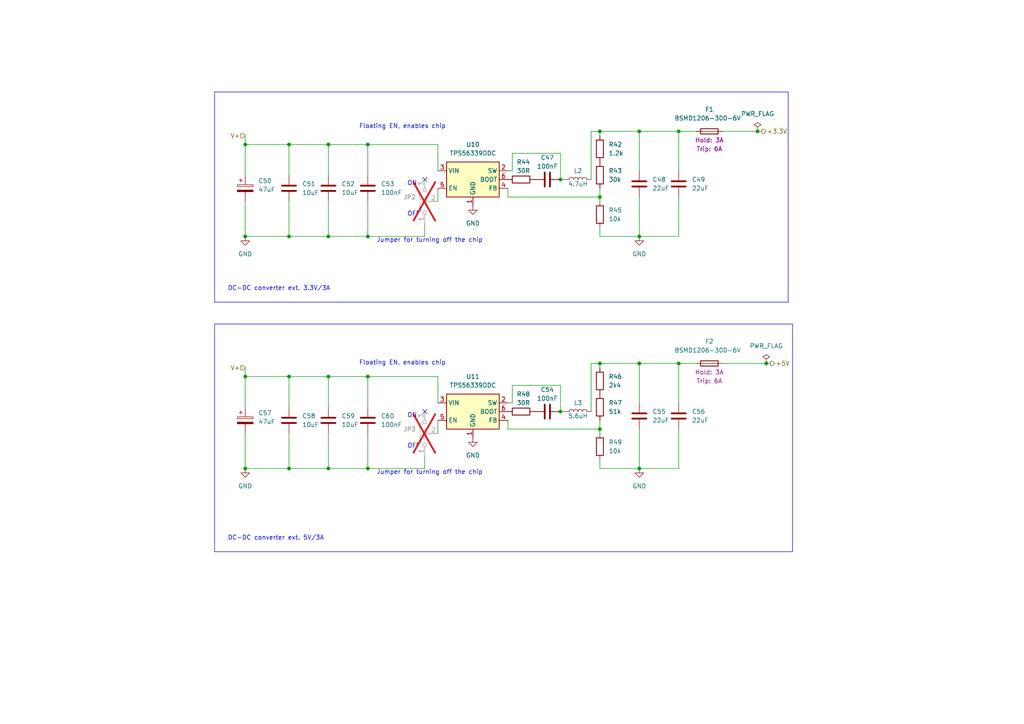
<source format=kicad_sch>
(kicad_sch (version 20230121) (generator eeschema)
  (paper "A4")
  (title_block (title "DC-DC converter for the MCU, LEDs, and external devices") (date "2023-21-11") (rev "0.2.0") (company "University of Tartu") (comment 1 "Licensed under CERN-OHL-P"))
  (lib_symbols
    (symbol "Device:C" (pin_numbers hide) (pin_names (offset 0.254))
      (property "Reference" "C" (at 0.635 2.54 0))
      (property "Value" "C" (at 0.635 -2.54 0))
      (symbol "C_0_1"
        (polyline (pts (xy -2.032 -0.762) (xy 2.032 -0.762)) (stroke (width 0.508)))
        (polyline (pts (xy -2.032 0.762) (xy 2.032 0.762)) (stroke (width 0.508)))
      )
      (symbol "C_1_1"
        (pin passive line (at 0 3.81 270) (length 2.794) (name "~") (number "1"))
        (pin passive line (at 0 -3.81 90) (length 2.794) (name "~") (number "2"))
      )
    )
    (symbol "Device:C_Polarized" (pin_numbers hide) (pin_names (offset 0.254))
      (property "Reference" "C" (at 0.635 2.54 0))
      (property "Value" "C_Polarized" (at 0.635 -2.54 0))
      (symbol "C_Polarized_0_1"
        (rectangle (start -2.286 0.508) (end 2.286 1.016))
        (polyline (pts (xy -1.778 2.286) (xy -0.762 2.286)))
        (polyline (pts (xy -1.27 2.794) (xy -1.27 1.778)))
        (rectangle (start 2.286 -0.508) (end -2.286 -1.016) (fill (type outline)))
      )
      (symbol "C_Polarized_1_1"
        (pin passive line (at 0 3.81 270) (length 2.794) (name "~") (number "1"))
        (pin passive line (at 0 -3.81 90) (length 2.794) (name "~") (number "2"))
      )
    )
    (symbol "Device:Fuse" (pin_numbers hide) (pin_names (offset 0))
      (property "Reference" "F" (at 2.032 0 90))
      (property "Value" "Fuse" (at -1.905 0 90))
      (symbol "Fuse_0_1"
        (rectangle (start -0.762 -2.54) (end 0.762 2.54) (stroke (width 0.254)))
        (polyline (pts (xy 0 2.54) (xy 0 -2.54)))
      )
      (symbol "Fuse_1_1"
        (pin passive line (at 0 3.81 270) (length 1.27) (name "~") (number "1"))
        (pin passive line (at 0 -3.81 90) (length 1.27) (name "~") (number "2"))
      )
    )
    (symbol "Device:L" (pin_numbers hide) (pin_names (offset 1.016) hide)
      (property "Reference" "L" (at -1.27 0 90))
      (property "Value" "L" (at 1.905 0 90))
      (symbol "L_0_1"
        (arc (start 0 -2.54) (mid 0.6323 -1.905) (end 0 -1.27))
        (arc (start 0 -1.27) (mid 0.6323 -0.635) (end 0 0))
        (arc (start 0 0) (mid 0.6323 0.635) (end 0 1.27))
        (arc (start 0 1.27) (mid 0.6323 1.905) (end 0 2.54))
      )
      (symbol "L_1_1"
        (pin passive line (at 0 3.81 270) (length 1.27) (name "1") (number "1"))
        (pin passive line (at 0 -3.81 90) (length 1.27) (name "2") (number "2"))
      )
    )
    (symbol "Device:R" (pin_numbers hide) (pin_names (offset 0))
      (property "Reference" "R" (at 2.032 0 90))
      (property "Value" "R" (at 0 0 90))
      (symbol "R_0_1"
        (rectangle (start -1.016 -2.54) (end 1.016 2.54) (stroke (width 0.254)))
      )
      (symbol "R_1_1"
        (pin passive line (at 0 3.81 270) (length 1.27) (name "~") (number "1"))
        (pin passive line (at 0 -3.81 90) (length 1.27) (name "~") (number "2"))
      )
    )
    (symbol "Jumper:Jumper_3_Open" (pin_names (offset 0) hide)
      (property "Reference" "JP" (at -2.54 -2.54 0))
      (property "Value" "Jumper_3_Open" (at 0 2.794 0))
      (symbol "Jumper_3_Open_0_0"
        (circle (center -3.302 0) (radius 0.508))
        (circle (center 0 0) (radius 0.508))
        (circle (center 3.302 0) (radius 0.508))
      )
      (symbol "Jumper_3_Open_0_1"
        (arc (start -0.254 1.016) (mid -1.651 1.4992) (end -3.048 1.016))
        (polyline (pts (xy 0 -0.508) (xy 0 -1.27)))
        (arc (start 3.048 1.016) (mid 1.651 1.4992) (end 0.254 1.016))
      )
      (symbol "Jumper_3_Open_1_1"
        (pin passive line (at -6.35 0 0) (length 2.54) (name "A") (number "1"))
        (pin passive line (at 0 -3.81 90) (length 2.54) (name "C") (number "2"))
        (pin passive line (at 6.35 0 180) (length 2.54) (name "B") (number "3"))
      )
    )
    (symbol "Regulator_Switching:TPS56339DDC"
      (property "Reference" "U" (at -7.62 6.35 0))
      (property "Value" "TPS56339DDC" (at -2.54 6.35 0))
      (symbol "TPS56339DDC_0_1"
        (rectangle (start -7.62 5.08) (end 7.62 -5.08) (stroke (width 0.254)) (fill (type background)))
      )
      (symbol "TPS56339DDC_1_1"
        (pin power_in line (at 0 -7.62 90) (length 2.54) (name "GND") (number "1"))
        (pin power_out line (at 10.16 2.54 180) (length 2.54) (name "SW") (number "2"))
        (pin power_in line (at -10.16 2.54 0) (length 2.54) (name "VIN") (number "3"))
        (pin input line (at 10.16 -2.54 180) (length 2.54) (name "FB") (number "4"))
        (pin input line (at -10.16 -2.54 0) (length 2.54) (name "EN") (number "5"))
        (pin passive line (at 10.16 0 180) (length 2.54) (name "BOOT") (number "6"))
      )
    )
    (symbol "power:GND" (power) (pin_names (offset 0))
      (property "Value" "GND" (at 0 -3.81 0))
      (symbol "GND_0_1"
        (polyline (pts (xy 0 0) (xy 0 -1.27) (xy 1.27 -1.27) (xy 0 -2.54) (xy -1.27 -1.27) (xy 0 -1.27)))
      )
      (symbol "GND_1_1"
        (pin power_in line (at 0 0 270) (length 0) hide (name "GND") (number "1"))
      )
    )
    (symbol "power:PWR_FLAG" (power) (pin_numbers hide) (pin_names (offset 0) hide)
      (property "Value" "PWR_FLAG" (at 0 3.81 0))
      (symbol "PWR_FLAG_0_0"
        (pin power_out line (at 0 0 90) (length 0) (name "pwr") (number "1"))
      )
      (symbol "PWR_FLAG_0_1"
        (polyline (pts (xy 0 0) (xy 0 1.27) (xy -1.016 1.905) (xy 0 2.54) (xy 1.016 1.905) (xy 0 1.27)))
      )
    )
  )
  (junction (at 173.99 57.15))
  (junction (at 196.85 105.41))
  (junction (at 173.99 38.1))
  (junction (at 83.82 68.58))
  (junction (at 71.12 68.58))
  (junction (at 95.25 109.22))
  (junction (at 219.71 38.1))
  (junction (at 95.25 135.89))
  (junction (at 106.68 68.58))
  (junction (at 162.56 119.38))
  (junction (at 173.99 105.41))
  (junction (at 222.25 105.41))
  (junction (at 83.82 41.91))
  (junction (at 106.68 135.89))
  (junction (at 71.12 109.22))
  (junction (at 95.25 68.58))
  (junction (at 173.99 124.46))
  (junction (at 185.42 135.89))
  (junction (at 196.85 38.1))
  (junction (at 185.42 68.58))
  (junction (at 95.25 41.91))
  (junction (at 83.82 109.22))
  (junction (at 106.68 41.91))
  (junction (at 71.12 135.89))
  (junction (at 162.56 52.07))
  (junction (at 106.68 109.22))
  (junction (at 71.12 41.91))
  (junction (at 185.42 38.1))
  (junction (at 83.82 135.89))
  (junction (at 185.42 105.41))
  (no_connect (at 123.19 52.07))
  (no_connect (at 123.19 119.38))
  (wire (pts (xy 173.99 57.15) (xy 173.99 58.42)))
  (polyline (pts (xy 62.23 93.98) (xy 62.23 160.02)))
  (wire (pts (xy 83.82 41.91) (xy 83.82 50.8)))
  (wire (pts (xy 127 125.73) (xy 127 121.92)))
  (wire (pts (xy 196.85 124.46) (xy 196.85 135.89)))
  (wire (pts (xy 127 41.91) (xy 127 49.53)))
  (wire (pts (xy 173.99 124.46) (xy 173.99 121.92)))
  (wire (pts (xy 147.32 57.15) (xy 173.99 57.15)))
  (wire (pts (xy 71.12 50.8) (xy 71.12 41.91)))
  (wire (pts (xy 185.42 38.1) (xy 196.85 38.1)))
  (wire (pts (xy 148.59 49.53) (xy 148.59 44.45)))
  (wire (pts (xy 106.68 58.42) (xy 106.68 68.58)))
  (wire (pts (xy 185.42 124.46) (xy 185.42 135.89)))
  (wire (pts (xy 95.25 41.91) (xy 95.25 50.8)))
  (wire (pts (xy 106.68 109.22) (xy 127 109.22)))
  (wire (pts (xy 95.25 125.73) (xy 95.25 135.89)))
  (wire (pts (xy 173.99 124.46) (xy 173.99 125.73)))
  (wire (pts (xy 71.12 109.22) (xy 83.82 109.22)))
  (wire (pts (xy 147.32 49.53) (xy 148.59 49.53)))
  (wire (pts (xy 185.42 57.15) (xy 185.42 68.58)))
  (wire (pts (xy 185.42 105.41) (xy 185.42 116.84)))
  (polyline (pts (xy 62.23 87.63) (xy 228.6 87.63)))
  (wire (pts (xy 147.32 124.46) (xy 147.32 121.92)))
  (wire (pts (xy 71.12 68.58) (xy 83.82 68.58)))
  (wire (pts (xy 123.19 64.77) (xy 123.19 68.58)))
  (wire (pts (xy 173.99 106.68) (xy 173.99 105.41)))
  (wire (pts (xy 106.68 41.91) (xy 106.68 50.8)))
  (polyline (pts (xy 62.23 26.67) (xy 228.6 26.67)))
  (wire (pts (xy 148.59 116.84) (xy 148.59 111.76)))
  (wire (pts (xy 148.59 111.76) (xy 162.56 111.76)))
  (wire (pts (xy 106.68 41.91) (xy 127 41.91)))
  (wire (pts (xy 196.85 105.41) (xy 201.93 105.41)))
  (wire (pts (xy 173.99 38.1) (xy 171.45 38.1)))
  (wire (pts (xy 185.42 135.89) (xy 196.85 135.89)))
  (wire (pts (xy 83.82 109.22) (xy 95.25 109.22)))
  (wire (pts (xy 173.99 133.35) (xy 173.99 135.89)))
  (wire (pts (xy 123.19 132.08) (xy 123.19 135.89)))
  (polyline (pts (xy 229.87 160.02) (xy 229.87 93.98)))
  (wire (pts (xy 185.42 38.1) (xy 185.42 49.53)))
  (wire (pts (xy 162.56 111.76) (xy 162.56 119.38)))
  (wire (pts (xy 171.45 105.41) (xy 171.45 119.38)))
  (wire (pts (xy 127 109.22) (xy 127 116.84)))
  (polyline (pts (xy 228.6 87.63) (xy 228.6 26.67)))
  (wire (pts (xy 196.85 57.15) (xy 196.85 68.58)))
  (wire (pts (xy 106.68 125.73) (xy 106.68 135.89)))
  (wire (pts (xy 222.25 105.41) (xy 223.52 105.41)))
  (wire (pts (xy 196.85 105.41) (xy 196.85 116.84)))
  (wire (pts (xy 196.85 38.1) (xy 196.85 49.53)))
  (wire (pts (xy 83.82 135.89) (xy 83.82 125.73)))
  (wire (pts (xy 71.12 118.11) (xy 71.12 109.22)))
  (wire (pts (xy 71.12 41.91) (xy 83.82 41.91)))
  (wire (pts (xy 83.82 41.91) (xy 95.25 41.91)))
  (polyline (pts (xy 62.23 93.98) (xy 229.87 93.98)))
  (wire (pts (xy 95.25 41.91) (xy 106.68 41.91)))
  (wire (pts (xy 162.56 52.07) (xy 163.83 52.07)))
  (wire (pts (xy 173.99 68.58) (xy 185.42 68.58)))
  (wire (pts (xy 95.25 109.22) (xy 95.25 118.11)))
  (wire (pts (xy 71.12 39.37) (xy 71.12 41.91)))
  (wire (pts (xy 83.82 135.89) (xy 95.25 135.89)))
  (wire (pts (xy 83.82 68.58) (xy 83.82 58.42)))
  (wire (pts (xy 162.56 44.45) (xy 162.56 52.07)))
  (wire (pts (xy 127 58.42) (xy 127 54.61)))
  (wire (pts (xy 185.42 68.58) (xy 196.85 68.58)))
  (wire (pts (xy 196.85 38.1) (xy 201.93 38.1)))
  (wire (pts (xy 171.45 38.1) (xy 171.45 52.07)))
  (wire (pts (xy 173.99 135.89) (xy 185.42 135.89)))
  (wire (pts (xy 209.55 38.1) (xy 219.71 38.1)))
  (wire (pts (xy 71.12 58.42) (xy 71.12 68.58)))
  (wire (pts (xy 71.12 135.89) (xy 83.82 135.89)))
  (wire (pts (xy 147.32 124.46) (xy 173.99 124.46)))
  (wire (pts (xy 106.68 109.22) (xy 106.68 118.11)))
  (wire (pts (xy 147.32 116.84) (xy 148.59 116.84)))
  (wire (pts (xy 162.56 119.38) (xy 163.83 119.38)))
  (wire (pts (xy 71.12 106.68) (xy 71.12 109.22)))
  (wire (pts (xy 173.99 66.04) (xy 173.99 68.58)))
  (wire (pts (xy 106.68 135.89) (xy 123.19 135.89)))
  (wire (pts (xy 106.68 68.58) (xy 123.19 68.58)))
  (polyline (pts (xy 62.23 26.67) (xy 62.23 87.63)))
  (wire (pts (xy 83.82 109.22) (xy 83.82 118.11)))
  (wire (pts (xy 209.55 105.41) (xy 222.25 105.41)))
  (wire (pts (xy 219.71 38.1) (xy 220.98 38.1)))
  (wire (pts (xy 185.42 105.41) (xy 196.85 105.41)))
  (polyline (pts (xy 62.23 160.02) (xy 229.87 160.02)))
  (wire (pts (xy 95.25 135.89) (xy 106.68 135.89)))
  (wire (pts (xy 173.99 39.37) (xy 173.99 38.1)))
  (wire (pts (xy 95.25 58.42) (xy 95.25 68.58)))
  (wire (pts (xy 95.25 109.22) (xy 106.68 109.22)))
  (wire (pts (xy 148.59 44.45) (xy 162.56 44.45)))
  (wire (pts (xy 83.82 68.58) (xy 95.25 68.58)))
  (wire (pts (xy 173.99 38.1) (xy 185.42 38.1)))
  (wire (pts (xy 173.99 57.15) (xy 173.99 54.61)))
  (wire (pts (xy 173.99 105.41) (xy 185.42 105.41)))
  (wire (pts (xy 71.12 125.73) (xy 71.12 135.89)))
  (wire (pts (xy 147.32 57.15) (xy 147.32 54.61)))
  (wire (pts (xy 95.25 68.58) (xy 106.68 68.58)))
  (wire (pts (xy 173.99 105.41) (xy 171.45 105.41)))
  (text "ON\n" (at 118.11 121.285 0) (effects (font (size 1.27 1.27)) (justify left bottom)))
  (text "OFF" (at 118.11 62.865 0) (effects (font (size 1.27 1.27)) (justify left bottom)))
  (text "Jumper for turning off the chip\n" (at 109.22 137.795 0) (effects (font (size 1.27 1.27)) (justify left bottom)))
  (text "ON\n" (at 118.11 53.975 0) (effects (font (size 1.27 1.27)) (justify left bottom)))
  (text "OFF" (at 118.11 130.175 0) (effects (font (size 1.27 1.27)) (justify left bottom)))
  (text "DC-DC converter ext. 5V/3A\n" (at 66.04 156.845 0) (effects (font (size 1.27 1.27)) (justify left bottom)))
  (text "Floating EN, enables chip" (at 104.14 37.465 0) (effects (font (size 1.27 1.27)) (justify left bottom)))
  (text "DC-DC converter ext. 3.3V/3A\n" (at 66.04 84.455 0) (effects (font (size 1.27 1.27)) (justify left bottom)))
  (text "Floating EN, enables chip" (at 104.14 106.045 0) (effects (font (size 1.27 1.27)) (justify left bottom)))
  (text "Jumper for turning off the chip\n" (at 109.22 70.485 0) (effects (font (size 1.27 1.27)) (justify left bottom)))
  (hierarchical_label "V+" (shape input) (at 71.12 106.68 180))
  (hierarchical_label "V+" (shape input) (at 71.12 39.37 180))
  (hierarchical_label "+5V" (shape output) (at 223.52 105.41 0))
  (hierarchical_label "+3.3V" (shape output) (at 220.98 38.1 0))
  (symbol (lib_id "power:PWR_FLAG") (at 219.71 38.1 0) (unit 1)
    (property "Reference" "#FLG010" (effects hide))
    (property "Value" "PWR_FLAG" (at 219.71 33.02 0))
  )
  (symbol (lib_id "Device:Fuse") (at 205.74 105.41 90) (unit 1)
    (property "Reference" "F2" (at 205.74 99.06 90))
    (property "Value" "BSMD1206-300-6V " (at 205.74 101.6 90))
    (property "Footprint" "Fuse:Fuse_1206_3216Metric_Pad1.42x1.75mm_HandSolder" (effects hide))
    (property "Datasheet" "https://datasheet.lcsc.com/lcsc/2206071500_BHFUSE-BSMD1206-300-6V_C883136.pdf" (effects hide))
    (property "Hold" "Hold: 3A" (at 205.74 107.95 90))
    (property "Trip" "Trip: 6A" (at 205.74 110.49 90))
    (property "LCSC Part" "C883136" (effects hide))
  )
  (symbol (lib_id "Device:L") (at 167.64 119.38 90) (unit 1)
    (property "Reference" "L3" (at 167.64 116.84 90))
    (property "Value" "5.6uH" (at 167.64 120.65 90))
    (property "Footprint" "Robotont:IND-JSHC0650-5R6M" (effects hide))
    (property "Datasheet" "https://datasheet.lcsc.com/lcsc/1912111437_Jinlai-JSHC0650-5R6MH-5R6M-G_C386869.pdf" (effects hide))
    (property "Component" "JSHC0650-5R6M" (effects hide))
    (property "LCSC Part" "C386869" (effects hide))
  )
  (symbol (lib_id "Device:R") (at 173.99 43.18 0) (unit 1)
    (property "Reference" "R42" (at 176.53 41.9099 0) (effects (justify left)))
    (property "Value" "1.2k" (at 176.53 44.4499 0) (effects (justify left)))
    (property "Footprint" "Resistor_SMD:R_0603_1608Metric" (effects hide))
    (property "Datasheet" "https://datasheet.lcsc.com/lcsc/2206010130_UNI-ROYAL-Uniroyal-Elec-0603WAF1201T5E_C22765.pdf" (effects hide))
    (property "LCSC Part" "C22765" (effects hide))
  )
  (symbol (lib_id "power:GND") (at 71.12 135.89 0) (unit 1)
    (property "Reference" "#PWR077" (effects hide))
    (property "Value" "GND" (at 71.12 140.97 0))
  )
  (symbol (lib_id "Device:C") (at 185.42 53.34 0) (unit 1)
    (property "Reference" "C48" (at 189.23 52.0699 0) (effects (justify left)))
    (property "Value" "22uF" (at 189.23 54.6099 0) (effects (justify left)))
    (property "Footprint" "Capacitor_SMD:C_1206_3216Metric" (effects hide))
    (property "Datasheet" "https://datasheet.lcsc.com/lcsc/1811031514_Samsung-Electro-Mechanics-CL31A226KAHNNNE_C12891.pdf" (effects hide))
    (property "LCSC Part" "C12891" (effects hide))
  )
  (symbol (lib_id "Regulator_Switching:TPS56339DDC") (at 137.16 119.38 0) (unit 1)
    (property "Reference" "U11" (at 137.16 109.22 0))
    (property "Value" "TPS56339DDC" (at 137.16 111.76 0))
    (property "Footprint" "Package_TO_SOT_SMD:TSOT-23-6" (effects hide))
    (property "Datasheet" "https://www.ti.com/lit/ds/symlink/tps56339.pdf" (effects hide))
    (property "LCSC Part" "C2071106" (effects hide))
  )
  (symbol (lib_id "Device:C") (at 106.68 121.92 0) (unit 1)
    (property "Reference" "C60" (at 110.49 120.6499 0) (effects (justify left)))
    (property "Value" "100nF" (at 110.49 123.1899 0) (effects (justify left)))
    (property "Footprint" "Capacitor_SMD:C_0805_2012Metric" (effects hide))
    (property "Datasheet" "https://datasheet.lcsc.com/lcsc/1810101813_YAGEO-CC0805KRX7R9BB104_C49678.pdf" (effects hide))
    (property "LCSC Part" "C49678" (effects hide))
  )
  (symbol (lib_id "Device:R") (at 173.99 129.54 0) (unit 1)
    (property "Reference" "R49" (at 176.53 128.2699 0) (effects (justify left)))
    (property "Value" "10k" (at 176.53 130.8099 0) (effects (justify left)))
    (property "Footprint" "Resistor_SMD:R_0603_1608Metric" (effects hide))
    (property "Datasheet" "https://datasheet.lcsc.com/lcsc/2206010045_UNI-ROYAL-Uniroyal-Elec-0603WAF1002T5E_C25804.pdf" (effects hide))
    (property "LCSC Part" "C25804" (effects hide))
  )
  (symbol (lib_id "power:GND") (at 185.42 135.89 0) (unit 1)
    (property "Reference" "#PWR078" (effects hide))
    (property "Value" "GND" (at 185.42 140.97 0))
  )
  (symbol (lib_id "Device:C_Polarized") (at 71.12 121.92 0) (unit 1)
    (property "Reference" "C57" (at 74.93 119.7609 0) (effects (justify left)))
    (property "Value" "47uF" (at 74.93 122.3009 0) (effects (justify left)))
    (property "Footprint" "Capacitor_SMD:C_1206_3216Metric" (effects hide))
    (property "Datasheet" "https://datasheet.lcsc.com/lcsc/2304140030_TDK-C3216X5R1E476MTJ00E_C76659.pdf" (effects hide))
    (property "Component" "EEEFK1E470P" (effects hide))
    (property "LCSC Part" "C76659" (effects hide))
  )
  (symbol (lib_id "Jumper:Jumper_3_Open") (at 123.19 125.73 90) (unit 1) (dnp yes)
    (property "Reference" "JP3" (at 120.65 124.4599 90) (effects (justify left)))
    (property "Value" " " (at 120.65 126.9999 90) (effects (justify left)))
    (property "Footprint" "Connector_PinHeader_2.54mm:PinHeader_1x03_P2.54mm_Vertical" (effects hide))
  )
  (symbol (lib_id "Device:C") (at 95.25 54.61 0) (unit 1)
    (property "Reference" "C52" (at 99.06 53.3399 0) (effects (justify left)))
    (property "Value" "10uF" (at 99.06 55.8799 0) (effects (justify left)))
    (property "Footprint" "Capacitor_SMD:C_1206_3216Metric" (effects hide))
    (property "Datasheet" "https://datasheet.lcsc.com/lcsc/1810221112_Samsung-Electro-Mechanics-CL31A106KBHNNNE_C13585.pdf" (effects hide))
    (property "LCSC Part" "C13585" (effects hide))
  )
  (symbol (lib_id "Device:R") (at 173.99 118.11 0) (unit 1)
    (property "Reference" "R47" (at 176.53 116.8399 0) (effects (justify left)))
    (property "Value" "51k" (at 176.53 119.3799 0) (effects (justify left)))
    (property "Footprint" "Resistor_SMD:R_0603_1608Metric" (effects hide))
    (property "Datasheet" "https://datasheet.lcsc.com/lcsc/2206010116_UNI-ROYAL-Uniroyal-Elec-0603WAF5102T5E_C23196.pdf" (effects hide))
    (property "LCSC Part" "C23196" (effects hide))
  )
  (symbol (lib_id "Device:C") (at 196.85 53.34 0) (unit 1)
    (property "Reference" "C49" (at 200.66 52.0699 0) (effects (justify left)))
    (property "Value" "22uF" (at 200.66 54.6099 0) (effects (justify left)))
    (property "Footprint" "Capacitor_SMD:C_1206_3216Metric" (effects hide))
    (property "Datasheet" "https://datasheet.lcsc.com/lcsc/1811031514_Samsung-Electro-Mechanics-CL31A226KAHNNNE_C12891.pdf" (effects hide))
    (property "LCSC Part" "C12891" (effects hide))
  )
  (symbol (lib_id "Device:R") (at 151.13 52.07 90) (unit 1)
    (property "Reference" "R44" (at 149.86 46.99 90) (effects (justify right)))
    (property "Value" "30R" (at 149.86 49.53 90) (effects (justify right)))
    (property "Footprint" "Resistor_SMD:R_0603_1608Metric" (effects hide))
    (property "Datasheet" "https://datasheet.lcsc.com/lcsc/2206010116_UNI-ROYAL-Uniroyal-Elec-0603WAF330JT5E_C23140.pdf" (effects hide))
    (property "LCSC Part" "C23140" (effects hide))
  )
  (symbol (lib_id "power:GND") (at 137.16 127 0) (unit 1)
    (property "Reference" "#PWR076" (effects hide))
    (property "Value" "GND" (at 137.16 132.08 0))
  )
  (symbol (lib_id "Regulator_Switching:TPS56339DDC") (at 137.16 52.07 0) (unit 1)
    (property "Reference" "U10" (at 137.16 41.91 0))
    (property "Value" "TPS56339DDC" (at 137.16 44.45 0))
    (property "Footprint" "Package_TO_SOT_SMD:TSOT-23-6" (effects hide))
    (property "Datasheet" "https://www.ti.com/lit/ds/symlink/tps56339.pdf" (effects hide))
    (property "LCSC Part" "C2071106" (effects hide))
  )
  (symbol (lib_id "Device:C") (at 158.75 52.07 90) (unit 1)
    (property "Reference" "C47" (at 158.75 45.72 90))
    (property "Value" "100nF" (at 158.75 48.26 90))
    (property "Footprint" "Capacitor_SMD:C_0805_2012Metric" (effects hide))
    (property "Datasheet" "https://datasheet.lcsc.com/lcsc/1810101813_YAGEO-CC0805KRX7R9BB104_C49678.pdf" (effects hide))
    (property "LCSC Part" "C49678" (effects hide))
  )
  (symbol (lib_id "Device:R") (at 151.13 119.38 90) (unit 1)
    (property "Reference" "R48" (at 149.86 114.3 90) (effects (justify right)))
    (property "Value" "30R" (at 149.86 116.84 90) (effects (justify right)))
    (property "Footprint" "Resistor_SMD:R_0603_1608Metric" (effects hide))
    (property "Datasheet" "https://datasheet.lcsc.com/lcsc/2206010116_UNI-ROYAL-Uniroyal-Elec-0603WAF330JT5E_C23140.pdf" (effects hide))
    (property "LCSC Part" "C23140" (effects hide))
  )
  (symbol (lib_id "power:GND") (at 137.16 59.69 0) (unit 1)
    (property "Reference" "#PWR073" (effects hide))
    (property "Value" "GND" (at 137.16 64.77 0))
  )
  (symbol (lib_id "Device:R") (at 173.99 50.8 0) (unit 1)
    (property "Reference" "R43" (at 176.53 49.5299 0) (effects (justify left)))
    (property "Value" "30k" (at 176.53 52.0699 0) (effects (justify left)))
    (property "Footprint" "Resistor_SMD:R_0603_1608Metric" (effects hide))
    (property "Datasheet" "https://datasheet.lcsc.com/lcsc/2206010116_UNI-ROYAL-Uniroyal-Elec-0603WAF3002T5E_C22984.pdf" (effects hide))
    (property "LCSC Part" "C22984" (effects hide))
  )
  (symbol (lib_id "Device:Fuse") (at 205.74 38.1 90) (unit 1)
    (property "Reference" "F1" (at 205.74 31.75 90))
    (property "Value" "BSMD1206-300-6V " (at 205.74 34.29 90))
    (property "Footprint" "Fuse:Fuse_1206_3216Metric_Pad1.42x1.75mm_HandSolder" (effects hide))
    (property "Datasheet" "https://datasheet.lcsc.com/lcsc/2206071500_BHFUSE-BSMD1206-300-6V_C883136.pdf" (effects hide))
    (property "Hold" "Hold: 3A" (at 205.74 40.64 90))
    (property "Trip" "Trip: 6A" (at 205.74 43.18 90))
    (property "LCSC Part" "C883136" (effects hide))
  )
  (symbol (lib_id "Device:C") (at 83.82 121.92 0) (unit 1)
    (property "Reference" "C58" (at 87.63 120.6499 0) (effects (justify left)))
    (property "Value" "10uF" (at 87.63 123.1899 0) (effects (justify left)))
    (property "Footprint" "Capacitor_SMD:C_1206_3216Metric" (effects hide))
    (property "Datasheet" "https://datasheet.lcsc.com/lcsc/1810221112_Samsung-Electro-Mechanics-CL31A106KBHNNNE_C13585.pdf" (effects hide))
    (property "LCSC Part" "C13585" (effects hide))
  )
  (symbol (lib_id "Device:R") (at 173.99 62.23 0) (unit 1)
    (property "Reference" "R45" (at 176.53 60.9599 0) (effects (justify left)))
    (property "Value" "10k" (at 176.53 63.4999 0) (effects (justify left)))
    (property "Footprint" "Resistor_SMD:R_0603_1608Metric" (effects hide))
    (property "Datasheet" "https://datasheet.lcsc.com/lcsc/2206010045_UNI-ROYAL-Uniroyal-Elec-0603WAF1002T5E_C25804.pdf" (effects hide))
    (property "LCSC Part" "C25804" (effects hide))
  )
  (symbol (lib_id "Device:R") (at 173.99 110.49 0) (unit 1)
    (property "Reference" "R46" (at 176.53 109.2199 0) (effects (justify left)))
    (property "Value" "2k4" (at 176.53 111.7599 0) (effects (justify left)))
    (property "Footprint" "Resistor_SMD:R_0603_1608Metric" (effects hide))
    (property "Datasheet" "https://datasheet.lcsc.com/lcsc/2206010130_UNI-ROYAL-Uniroyal-Elec-0603WAF2401T5E_C22940.pdf" (effects hide))
    (property "LCSC Part" "C22940" (effects hide))
  )
  (symbol (lib_id "power:GND") (at 71.12 68.58 0) (unit 1)
    (property "Reference" "#PWR074" (effects hide))
    (property "Value" "GND" (at 71.12 73.66 0))
  )
  (symbol (lib_id "Device:C") (at 158.75 119.38 90) (unit 1)
    (property "Reference" "C54" (at 158.75 113.03 90))
    (property "Value" "100nF" (at 158.75 115.57 90))
    (property "Footprint" "Capacitor_SMD:C_0805_2012Metric" (effects hide))
    (property "Datasheet" "https://datasheet.lcsc.com/lcsc/1810101813_YAGEO-CC0805KRX7R9BB104_C49678.pdf" (effects hide))
    (property "LCSC Part" "C49678" (effects hide))
  )
  (symbol (lib_id "Device:C") (at 196.85 120.65 0) (unit 1)
    (property "Reference" "C56" (at 200.66 119.3799 0) (effects (justify left)))
    (property "Value" "22uF" (at 200.66 121.9199 0) (effects (justify left)))
    (property "Footprint" "Capacitor_SMD:C_1206_3216Metric" (effects hide))
    (property "Datasheet" "https://datasheet.lcsc.com/lcsc/1811031514_Samsung-Electro-Mechanics-CL31A226KAHNNNE_C12891.pdf" (effects hide))
    (property "LCSC Part" "C12891" (effects hide))
  )
  (symbol (lib_id "Device:L") (at 167.64 52.07 90) (unit 1)
    (property "Reference" "L2" (at 167.64 49.53 90))
    (property "Value" "4.7uH" (at 167.64 53.34 90))
    (property "Footprint" "Robotont:IND-FXL1040-4R7-M" (effects hide))
    (property "Datasheet" "https://datasheet.lcsc.com/lcsc/1806150431_cjiang--Changjiang-Microelectronics-Tech-FXL1040-4R7-M_C167230.pdf" (effects hide))
    (property "Component" "FXL1040-4R7-M" (effects hide))
    (property "LCSC Part" "C167230" (effects hide))
  )
  (symbol (lib_id "Device:C") (at 185.42 120.65 0) (unit 1)
    (property "Reference" "C55" (at 189.23 119.3799 0) (effects (justify left)))
    (property "Value" "22uF" (at 189.23 121.9199 0) (effects (justify left)))
    (property "Footprint" "Capacitor_SMD:C_1206_3216Metric" (effects hide))
    (property "Datasheet" "https://datasheet.lcsc.com/lcsc/1811031514_Samsung-Electro-Mechanics-CL31A226KAHNNNE_C12891.pdf" (effects hide))
    (property "LCSC Part" "C12891" (effects hide))
  )
  (symbol (lib_id "Device:C") (at 95.25 121.92 0) (unit 1)
    (property "Reference" "C59" (at 99.06 120.6499 0) (effects (justify left)))
    (property "Value" "10uF" (at 99.06 123.1899 0) (effects (justify left)))
    (property "Footprint" "Capacitor_SMD:C_1206_3216Metric" (effects hide))
    (property "Datasheet" "https://datasheet.lcsc.com/lcsc/1810221112_Samsung-Electro-Mechanics-CL31A106KBHNNNE_C13585.pdf" (effects hide))
    (property "LCSC Part" "C13585" (effects hide))
  )
  (symbol (lib_id "Device:C_Polarized") (at 71.12 54.61 0) (unit 1)
    (property "Reference" "C50" (at 74.93 52.4509 0) (effects (justify left)))
    (property "Value" "47uF" (at 74.93 54.9909 0) (effects (justify left)))
    (property "Footprint" "Capacitor_SMD:C_1206_3216Metric" (effects hide))
    (property "Datasheet" "https://datasheet.lcsc.com/lcsc/2304140030_TDK-C3216X5R1E476MTJ00E_C76659.pdf" (effects hide))
    (property "Component" "EEEFK1E470P" (effects hide))
    (property "LCSC Part" "C76659" (effects hide))
  )
  (symbol (lib_id "Device:C") (at 106.68 54.61 0) (unit 1)
    (property "Reference" "C53" (at 110.49 53.3399 0) (effects (justify left)))
    (property "Value" "100nF" (at 110.49 55.8799 0) (effects (justify left)))
    (property "Footprint" "Capacitor_SMD:C_0805_2012Metric" (effects hide))
    (property "Datasheet" "https://datasheet.lcsc.com/lcsc/1810101813_YAGEO-CC0805KRX7R9BB104_C49678.pdf" (effects hide))
    (property "LCSC Part" "C49678" (effects hide))
  )
  (symbol (lib_id "power:GND") (at 185.42 68.58 0) (unit 1)
    (property "Reference" "#PWR075" (effects hide))
    (property "Value" "GND" (at 185.42 73.66 0))
  )
  (symbol (lib_id "Device:C") (at 83.82 54.61 0) (unit 1)
    (property "Reference" "C51" (at 87.63 53.3399 0) (effects (justify left)))
    (property "Value" "10uF" (at 87.63 55.8799 0) (effects (justify left)))
    (property "Footprint" "Capacitor_SMD:C_1206_3216Metric" (effects hide))
    (property "Datasheet" "https://datasheet.lcsc.com/lcsc/1810221112_Samsung-Electro-Mechanics-CL31A106KBHNNNE_C13585.pdf" (effects hide))
    (property "LCSC Part" "C13585" (effects hide))
  )
  (symbol (lib_id "Jumper:Jumper_3_Open") (at 123.19 58.42 90) (unit 1) (dnp yes)
    (property "Reference" "JP2" (at 120.65 57.1499 90) (effects (justify left)))
    (property "Value" " " (at 120.65 59.6899 90) (effects (justify left)))
    (property "Footprint" "Connector_PinHeader_2.54mm:PinHeader_1x03_P2.54mm_Vertical" (effects hide))
  )
  (symbol (lib_id "power:PWR_FLAG") (at 222.25 105.41 0) (unit 1)
    (property "Reference" "#FLG011" (effects hide))
    (property "Value" "PWR_FLAG" (at 222.25 100.33 0))
  )
)
</source>
